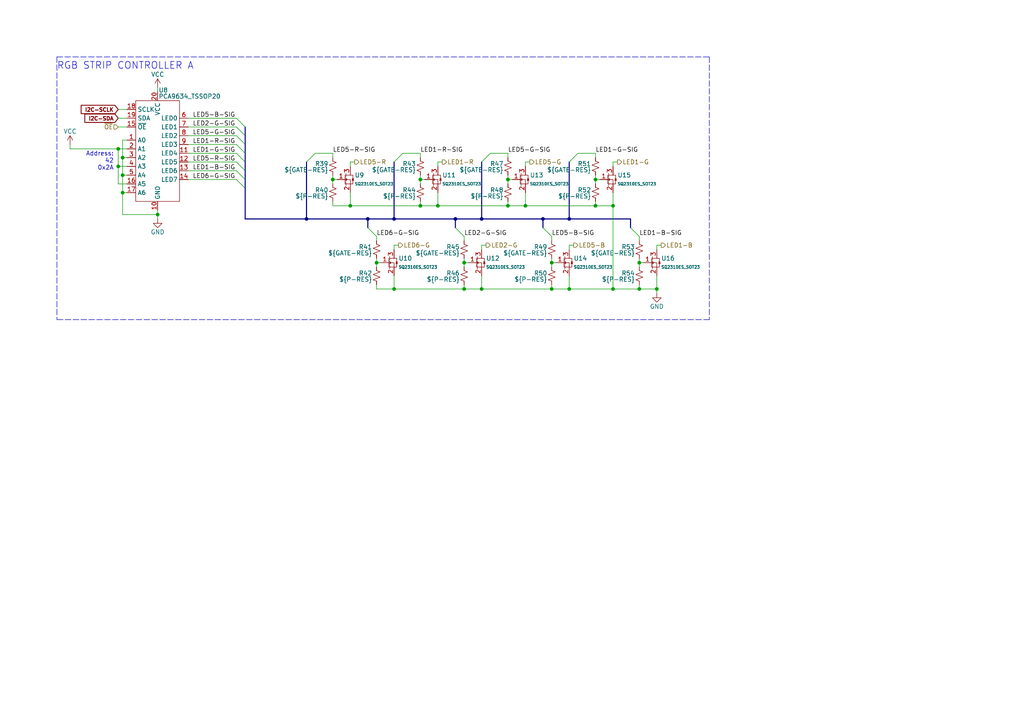
<source format=kicad_sch>
(kicad_sch (version 20211123) (generator eeschema)

  (uuid 249c118b-32b5-4f7f-b095-3035b46cf1d9)

  (paper "A4")

  (title_block
    (title "LightDrum")
    (rev "REV7")
    (company "Daxxn Industries")
  )

  (lib_symbols
    (symbol "Daxxn_IC:PCA9634_TSSOP20" (in_bom yes) (on_board yes)
      (property "Reference" "U" (id 0) (at 1.27 16.51 0)
        (effects (font (size 1.27 1.27)) (justify left))
      )
      (property "Value" "PCA9634_TSSOP20" (id 1) (at 1.27 19.05 0)
        (effects (font (size 1.27 1.27)) (justify left))
      )
      (property "Footprint" "Package_SO:TSSOP-20_4.4x6.5mm_P0.65mm" (id 2) (at 0 29.21 0)
        (effects (font (size 1.27 1.27)) hide)
      )
      (property "Datasheet" "C:\\Users\\Daxxn\\Documents\\Electrical\\Datasheets\\PCA9634.pdf" (id 3) (at 0 26.67 0)
        (effects (font (size 1.27 1.27)) hide)
      )
      (property "ki_keywords" "i2c led pwm" (id 4) (at 0 0 0)
        (effects (font (size 1.27 1.27)) hide)
      )
      (property "ki_description" "Dimmable LED Driver I2C" (id 5) (at 0 0 0)
        (effects (font (size 1.27 1.27)) hide)
      )
      (symbol "PCA9634_TSSOP20_0_0"
        (pin input line (at -8.89 2.54 0) (length 2.54)
          (name "A0" (effects (font (size 1.27 1.27))))
          (number "1" (effects (font (size 1.27 1.27))))
        )
        (pin power_in line (at 0 -17.78 90) (length 2.54)
          (name "GND" (effects (font (size 1.27 1.27))))
          (number "10" (effects (font (size 1.27 1.27))))
        )
        (pin output line (at 8.89 -1.27 180) (length 2.54)
          (name "LED4" (effects (font (size 1.27 1.27))))
          (number "11" (effects (font (size 1.27 1.27))))
        )
        (pin output line (at 8.89 -3.81 180) (length 2.54)
          (name "LED5" (effects (font (size 1.27 1.27))))
          (number "12" (effects (font (size 1.27 1.27))))
        )
        (pin output line (at 8.89 -6.35 180) (length 2.54)
          (name "LED6" (effects (font (size 1.27 1.27))))
          (number "13" (effects (font (size 1.27 1.27))))
        )
        (pin output line (at 8.89 -8.89 180) (length 2.54)
          (name "LED7" (effects (font (size 1.27 1.27))))
          (number "14" (effects (font (size 1.27 1.27))))
        )
        (pin input line (at -8.89 6.35 0) (length 2.54)
          (name "~{OE}" (effects (font (size 1.27 1.27))))
          (number "15" (effects (font (size 1.27 1.27))))
        )
        (pin input line (at -8.89 -10.16 0) (length 2.54)
          (name "A5" (effects (font (size 1.27 1.27))))
          (number "16" (effects (font (size 1.27 1.27))))
        )
        (pin input line (at -8.89 -12.7 0) (length 2.54)
          (name "A6" (effects (font (size 1.27 1.27))))
          (number "17" (effects (font (size 1.27 1.27))))
        )
        (pin input line (at -8.89 11.43 0) (length 2.54)
          (name "SCLK" (effects (font (size 1.27 1.27))))
          (number "18" (effects (font (size 1.27 1.27))))
        )
        (pin bidirectional line (at -8.89 8.89 0) (length 2.54)
          (name "SDA" (effects (font (size 1.27 1.27))))
          (number "19" (effects (font (size 1.27 1.27))))
        )
        (pin input line (at -8.89 0 0) (length 2.54)
          (name "A1" (effects (font (size 1.27 1.27))))
          (number "2" (effects (font (size 1.27 1.27))))
        )
        (pin power_in line (at 0 16.51 270) (length 2.54)
          (name "VCC" (effects (font (size 1.27 1.27))))
          (number "20" (effects (font (size 1.27 1.27))))
        )
        (pin input line (at -8.89 -2.54 0) (length 2.54)
          (name "A2" (effects (font (size 1.27 1.27))))
          (number "3" (effects (font (size 1.27 1.27))))
        )
        (pin input line (at -8.89 -5.08 0) (length 2.54)
          (name "A3" (effects (font (size 1.27 1.27))))
          (number "4" (effects (font (size 1.27 1.27))))
        )
        (pin input line (at -8.89 -7.62 0) (length 2.54)
          (name "A4" (effects (font (size 1.27 1.27))))
          (number "5" (effects (font (size 1.27 1.27))))
        )
        (pin output line (at 8.89 8.89 180) (length 2.54)
          (name "LED0" (effects (font (size 1.27 1.27))))
          (number "6" (effects (font (size 1.27 1.27))))
        )
        (pin output line (at 8.89 6.35 180) (length 2.54)
          (name "LED1" (effects (font (size 1.27 1.27))))
          (number "7" (effects (font (size 1.27 1.27))))
        )
        (pin output line (at 8.89 3.81 180) (length 2.54)
          (name "LED2" (effects (font (size 1.27 1.27))))
          (number "8" (effects (font (size 1.27 1.27))))
        )
        (pin output line (at 8.89 1.27 180) (length 2.54)
          (name "LED3" (effects (font (size 1.27 1.27))))
          (number "9" (effects (font (size 1.27 1.27))))
        )
      )
      (symbol "PCA9634_TSSOP20_0_1"
        (rectangle (start -6.35 13.97) (end 6.35 -15.24)
          (stroke (width 0) (type default) (color 0 0 0 0))
          (fill (type none))
        )
      )
    )
    (symbol "Daxxn_Transistors:SQ2310ES_SOT23" (in_bom yes) (on_board yes)
      (property "Reference" "U" (id 0) (at 2.54 -1.27 0)
        (effects (font (size 1.27 1.27)) (justify left))
      )
      (property "Value" "SQ2310ES_SOT23" (id 1) (at 2.54 1.27 0)
        (effects (font (size 1.27 1.27)) (justify left))
      )
      (property "Footprint" "Package_TO_SOT_SMD:SOT-23" (id 2) (at 1.27 15.24 0)
        (effects (font (size 1.27 1.27)) hide)
      )
      (property "Datasheet" "C:\\Users\\Daxxn\\Documents\\Electrical\\Datasheets\\SQ2310ES.pdf" (id 3) (at 1.27 12.7 0)
        (effects (font (size 1.27 1.27)) hide)
      )
      (property "ki_keywords" "n-ch mosfet fet" (id 4) (at 0 0 0)
        (effects (font (size 1.27 1.27)) hide)
      )
      (property "ki_description" "N-Ch MOSFET" (id 5) (at 0 0 0)
        (effects (font (size 1.27 1.27)) hide)
      )
      (symbol "SQ2310ES_SOT23_0_0"
        (pin input line (at -2.54 0 0) (length 2.25)
          (name "G" (effects (font (size 0 0))))
          (number "1" (effects (font (size 1.27 1.27))))
        )
        (pin bidirectional line (at 1.27 -3.81 90) (length 2.54)
          (name "S" (effects (font (size 0 0))))
          (number "2" (effects (font (size 1.27 1.27))))
        )
        (pin bidirectional line (at 1.27 3.81 270) (length 2.54)
          (name "D" (effects (font (size 0 0))))
          (number "3" (effects (font (size 1.27 1.27))))
        )
      )
      (symbol "SQ2310ES_SOT23_0_1"
        (polyline
          (pts
            (xy -0.254 -1.27)
            (xy -0.254 1.27)
          )
          (stroke (width 0) (type default) (color 0 0 0 0))
          (fill (type none))
        )
        (polyline
          (pts
            (xy 0 -1.778)
            (xy 0 -0.762)
          )
          (stroke (width 0) (type default) (color 0 0 0 0))
          (fill (type none))
        )
        (polyline
          (pts
            (xy 0 -0.508)
            (xy 0 0.508)
          )
          (stroke (width 0) (type default) (color 0 0 0 0))
          (fill (type none))
        )
        (polyline
          (pts
            (xy 0 1.778)
            (xy 0 0.762)
          )
          (stroke (width 0) (type default) (color 0 0 0 0))
          (fill (type none))
        )
        (polyline
          (pts
            (xy 1.778 0.254)
            (xy 2.286 0.254)
          )
          (stroke (width 0) (type default) (color 0 0 0 0))
          (fill (type none))
        )
        (polyline
          (pts
            (xy 0 -1.27)
            (xy 1.27 -1.27)
            (xy 1.27 -1.27)
          )
          (stroke (width 0) (type default) (color 0 0 0 0))
          (fill (type none))
        )
        (polyline
          (pts
            (xy 0 1.27)
            (xy 1.27 1.27)
            (xy 1.27 1.27)
          )
          (stroke (width 0) (type default) (color 0 0 0 0))
          (fill (type none))
        )
        (polyline
          (pts
            (xy 1.27 -1.27)
            (xy 1.27 0)
            (xy 0 0)
          )
          (stroke (width 0) (type default) (color 0 0 0 0))
          (fill (type none))
        )
        (polyline
          (pts
            (xy 0 0)
            (xy 0.254 0.254)
            (xy 0.254 -0.254)
            (xy 0 0)
          )
          (stroke (width 0) (type default) (color 0 0 0 0))
          (fill (type none))
        )
        (polyline
          (pts
            (xy 1.27 -1.27)
            (xy 2.032 -1.27)
            (xy 2.032 1.27)
            (xy 1.27 1.27)
          )
          (stroke (width 0) (type default) (color 0 0 0 0))
          (fill (type none))
        )
        (polyline
          (pts
            (xy 2.032 0.254)
            (xy 1.778 -0.254)
            (xy 2.286 -0.254)
            (xy 2.032 0.254)
          )
          (stroke (width 0) (type default) (color 0 0 0 0))
          (fill (type outline))
        )
      )
    )
    (symbol "Device:R_Small_US" (pin_numbers hide) (pin_names (offset 0.254) hide) (in_bom yes) (on_board yes)
      (property "Reference" "R" (id 0) (at 0.762 0.508 0)
        (effects (font (size 1.27 1.27)) (justify left))
      )
      (property "Value" "R_Small_US" (id 1) (at 0.762 -1.016 0)
        (effects (font (size 1.27 1.27)) (justify left))
      )
      (property "Footprint" "" (id 2) (at 0 0 0)
        (effects (font (size 1.27 1.27)) hide)
      )
      (property "Datasheet" "~" (id 3) (at 0 0 0)
        (effects (font (size 1.27 1.27)) hide)
      )
      (property "ki_keywords" "r resistor" (id 4) (at 0 0 0)
        (effects (font (size 1.27 1.27)) hide)
      )
      (property "ki_description" "Resistor, small US symbol" (id 5) (at 0 0 0)
        (effects (font (size 1.27 1.27)) hide)
      )
      (property "ki_fp_filters" "R_*" (id 6) (at 0 0 0)
        (effects (font (size 1.27 1.27)) hide)
      )
      (symbol "R_Small_US_1_1"
        (polyline
          (pts
            (xy 0 0)
            (xy 1.016 -0.381)
            (xy 0 -0.762)
            (xy -1.016 -1.143)
            (xy 0 -1.524)
          )
          (stroke (width 0) (type default) (color 0 0 0 0))
          (fill (type none))
        )
        (polyline
          (pts
            (xy 0 1.524)
            (xy 1.016 1.143)
            (xy 0 0.762)
            (xy -1.016 0.381)
            (xy 0 0)
          )
          (stroke (width 0) (type default) (color 0 0 0 0))
          (fill (type none))
        )
        (pin passive line (at 0 2.54 270) (length 1.016)
          (name "~" (effects (font (size 1.27 1.27))))
          (number "1" (effects (font (size 1.27 1.27))))
        )
        (pin passive line (at 0 -2.54 90) (length 1.016)
          (name "~" (effects (font (size 1.27 1.27))))
          (number "2" (effects (font (size 1.27 1.27))))
        )
      )
    )
    (symbol "power:GND" (power) (pin_names (offset 0)) (in_bom yes) (on_board yes)
      (property "Reference" "#PWR" (id 0) (at 0 -6.35 0)
        (effects (font (size 1.27 1.27)) hide)
      )
      (property "Value" "GND" (id 1) (at 0 -3.81 0)
        (effects (font (size 1.27 1.27)))
      )
      (property "Footprint" "" (id 2) (at 0 0 0)
        (effects (font (size 1.27 1.27)) hide)
      )
      (property "Datasheet" "" (id 3) (at 0 0 0)
        (effects (font (size 1.27 1.27)) hide)
      )
      (property "ki_keywords" "power-flag" (id 4) (at 0 0 0)
        (effects (font (size 1.27 1.27)) hide)
      )
      (property "ki_description" "Power symbol creates a global label with name \"GND\" , ground" (id 5) (at 0 0 0)
        (effects (font (size 1.27 1.27)) hide)
      )
      (symbol "GND_0_1"
        (polyline
          (pts
            (xy 0 0)
            (xy 0 -1.27)
            (xy 1.27 -1.27)
            (xy 0 -2.54)
            (xy -1.27 -1.27)
            (xy 0 -1.27)
          )
          (stroke (width 0) (type default) (color 0 0 0 0))
          (fill (type none))
        )
      )
      (symbol "GND_1_1"
        (pin power_in line (at 0 0 270) (length 0) hide
          (name "GND" (effects (font (size 1.27 1.27))))
          (number "1" (effects (font (size 1.27 1.27))))
        )
      )
    )
    (symbol "power:VCC" (power) (pin_names (offset 0)) (in_bom yes) (on_board yes)
      (property "Reference" "#PWR" (id 0) (at 0 -3.81 0)
        (effects (font (size 1.27 1.27)) hide)
      )
      (property "Value" "VCC" (id 1) (at 0 3.81 0)
        (effects (font (size 1.27 1.27)))
      )
      (property "Footprint" "" (id 2) (at 0 0 0)
        (effects (font (size 1.27 1.27)) hide)
      )
      (property "Datasheet" "" (id 3) (at 0 0 0)
        (effects (font (size 1.27 1.27)) hide)
      )
      (property "ki_keywords" "power-flag" (id 4) (at 0 0 0)
        (effects (font (size 1.27 1.27)) hide)
      )
      (property "ki_description" "Power symbol creates a global label with name \"VCC\"" (id 5) (at 0 0 0)
        (effects (font (size 1.27 1.27)) hide)
      )
      (symbol "VCC_0_1"
        (polyline
          (pts
            (xy -0.762 1.27)
            (xy 0 2.54)
          )
          (stroke (width 0) (type default) (color 0 0 0 0))
          (fill (type none))
        )
        (polyline
          (pts
            (xy 0 0)
            (xy 0 2.54)
          )
          (stroke (width 0) (type default) (color 0 0 0 0))
          (fill (type none))
        )
        (polyline
          (pts
            (xy 0 2.54)
            (xy 0.762 1.27)
          )
          (stroke (width 0) (type default) (color 0 0 0 0))
          (fill (type none))
        )
      )
      (symbol "VCC_1_1"
        (pin power_in line (at 0 0 90) (length 0) hide
          (name "VCC" (effects (font (size 1.27 1.27))))
          (number "1" (effects (font (size 1.27 1.27))))
        )
      )
    )
  )

  (junction (at 101.6 59.69) (diameter 0) (color 0 0 0 0)
    (uuid 1145d5a1-56eb-4429-bc12-20afad1b96c7)
  )
  (junction (at 34.29 43.18) (diameter 0) (color 0 0 0 0)
    (uuid 1850642e-408a-4bdf-b39b-667c5d2c19fe)
  )
  (junction (at 165.1 83.82) (diameter 0) (color 0 0 0 0)
    (uuid 1be1a9c0-e145-48a7-8f8a-6cd339b02e03)
  )
  (junction (at 177.8 59.69) (diameter 0) (color 0 0 0 0)
    (uuid 211023a6-bb32-47bd-9bba-389e272a2298)
  )
  (junction (at 139.7 63.5) (diameter 0) (color 0 0 0 0)
    (uuid 224c8dca-ccea-4805-985c-3321a9b6dbd9)
  )
  (junction (at 177.8 83.82) (diameter 0) (color 0 0 0 0)
    (uuid 26600bb2-0351-4d47-a5e7-f1dfc67c5056)
  )
  (junction (at 35.56 45.72) (diameter 0) (color 0 0 0 0)
    (uuid 2d92dca2-7921-447d-9f24-2f23b09006cf)
  )
  (junction (at 96.52 52.07) (diameter 0) (color 0 0 0 0)
    (uuid 3026ccb9-04c4-4285-b6dd-f1216f82eef0)
  )
  (junction (at 114.3 63.5) (diameter 0) (color 0 0 0 0)
    (uuid 409aee9e-117f-41d8-8322-528cda351d39)
  )
  (junction (at 172.72 52.07) (diameter 0) (color 0 0 0 0)
    (uuid 422bebfb-a4e3-45f5-afe3-197be238b833)
  )
  (junction (at 172.72 59.69) (diameter 0) (color 0 0 0 0)
    (uuid 4a3f95f6-c446-4f8f-aa82-2526aad20ac7)
  )
  (junction (at 35.56 50.8) (diameter 0) (color 0 0 0 0)
    (uuid 4c5f3894-1408-4596-bd0f-f1c9c9392772)
  )
  (junction (at 114.3 83.82) (diameter 0) (color 0 0 0 0)
    (uuid 51ba67bb-898f-42a5-bf53-dee7a2de7f65)
  )
  (junction (at 160.02 83.82) (diameter 0) (color 0 0 0 0)
    (uuid 6a185e4c-e00e-4739-84b3-49718ec2e4b7)
  )
  (junction (at 132.08 63.5) (diameter 0) (color 0 0 0 0)
    (uuid 744ca297-8235-4e9b-8713-927b3033ae0a)
  )
  (junction (at 165.1 63.5) (diameter 0) (color 0 0 0 0)
    (uuid 78170ef0-ffcb-4dbb-b95f-e42bff3956eb)
  )
  (junction (at 185.42 83.82) (diameter 0) (color 0 0 0 0)
    (uuid 86500cee-5497-43d7-b79b-8cc4e6ca2dce)
  )
  (junction (at 139.7 83.82) (diameter 0) (color 0 0 0 0)
    (uuid 878167ba-1a55-4716-9972-638680c29d4f)
  )
  (junction (at 147.32 59.69) (diameter 0) (color 0 0 0 0)
    (uuid 9b1a20e4-f7be-49ae-a946-c86c23ea3e1b)
  )
  (junction (at 152.4 59.69) (diameter 0) (color 0 0 0 0)
    (uuid 9fe01eae-42ea-4f05-9396-7527922daf42)
  )
  (junction (at 160.02 76.2) (diameter 0) (color 0 0 0 0)
    (uuid a7f300e1-fc8e-4028-ae64-5761dab80d60)
  )
  (junction (at 134.62 83.82) (diameter 0) (color 0 0 0 0)
    (uuid ae265014-976b-4e01-a8a4-c1f801feb95f)
  )
  (junction (at 121.92 52.07) (diameter 0) (color 0 0 0 0)
    (uuid b1a3a4fb-4855-4f25-bef5-dce054128ba8)
  )
  (junction (at 45.72 62.23) (diameter 0) (color 0 0 0 0)
    (uuid b35d77d3-2b3a-4b1e-856f-3aafe4fd18e9)
  )
  (junction (at 190.5 83.82) (diameter 0) (color 0 0 0 0)
    (uuid b4a700da-4ce7-41db-bf8d-8b313ffbe2e9)
  )
  (junction (at 157.48 63.5) (diameter 0) (color 0 0 0 0)
    (uuid b4ac4a46-9c9c-4c4e-a235-b1313654eaf7)
  )
  (junction (at 127 59.69) (diameter 0) (color 0 0 0 0)
    (uuid b6c62e3b-dde9-4bec-b7dc-e965e2dc97ac)
  )
  (junction (at 121.92 59.69) (diameter 0) (color 0 0 0 0)
    (uuid b87fbc5f-c590-43b9-93ff-8e27d2b00b11)
  )
  (junction (at 134.62 76.2) (diameter 0) (color 0 0 0 0)
    (uuid c09fd7f1-a334-4ec4-a220-e985605306ee)
  )
  (junction (at 88.9 63.5) (diameter 0) (color 0 0 0 0)
    (uuid e28bd38c-cd4b-4152-aead-45dbfe35404b)
  )
  (junction (at 147.32 52.07) (diameter 0) (color 0 0 0 0)
    (uuid e58e2829-a416-43eb-849c-6992cd49204e)
  )
  (junction (at 185.42 76.2) (diameter 0) (color 0 0 0 0)
    (uuid e999149b-25a3-485d-bceb-7de98550f036)
  )
  (junction (at 34.29 48.26) (diameter 0) (color 0 0 0 0)
    (uuid ef013193-d1f8-418a-808f-54496581bb0f)
  )
  (junction (at 106.68 63.5) (diameter 0) (color 0 0 0 0)
    (uuid ef55195c-3580-4254-a253-6cb8dfb2b3dd)
  )
  (junction (at 35.56 55.88) (diameter 0) (color 0 0 0 0)
    (uuid f11d5bc6-c661-4e82-9f32-f78b0ff5fc29)
  )
  (junction (at 109.22 76.2) (diameter 0) (color 0 0 0 0)
    (uuid f2e36a7b-bd6f-4c41-8eb3-4ec63bdfb777)
  )

  (bus_entry (at 68.58 36.83) (size 2.54 2.54)
    (stroke (width 0) (type default) (color 0 0 0 0))
    (uuid 4f17a185-d140-40f4-b5fd-ec47de3d45f6)
  )
  (bus_entry (at 68.58 39.37) (size 2.54 2.54)
    (stroke (width 0) (type default) (color 0 0 0 0))
    (uuid 4f17a185-d140-40f4-b5fd-ec47de3d45f7)
  )
  (bus_entry (at 68.58 41.91) (size 2.54 2.54)
    (stroke (width 0) (type default) (color 0 0 0 0))
    (uuid 4f17a185-d140-40f4-b5fd-ec47de3d45f8)
  )
  (bus_entry (at 68.58 44.45) (size 2.54 2.54)
    (stroke (width 0) (type default) (color 0 0 0 0))
    (uuid 4f17a185-d140-40f4-b5fd-ec47de3d45f9)
  )
  (bus_entry (at 68.58 46.99) (size 2.54 2.54)
    (stroke (width 0) (type default) (color 0 0 0 0))
    (uuid 4f17a185-d140-40f4-b5fd-ec47de3d45fa)
  )
  (bus_entry (at 68.58 49.53) (size 2.54 2.54)
    (stroke (width 0) (type default) (color 0 0 0 0))
    (uuid 4f17a185-d140-40f4-b5fd-ec47de3d45fb)
  )
  (bus_entry (at 68.58 52.07) (size 2.54 2.54)
    (stroke (width 0) (type default) (color 0 0 0 0))
    (uuid 4f17a185-d140-40f4-b5fd-ec47de3d45fc)
  )
  (bus_entry (at 68.58 34.29) (size 2.54 2.54)
    (stroke (width 0) (type default) (color 0 0 0 0))
    (uuid 4f17a185-d140-40f4-b5fd-ec47de3d45fd)
  )
  (bus_entry (at 88.9 46.99) (size 2.54 -2.54)
    (stroke (width 0) (type default) (color 0 0 0 0))
    (uuid f1ac87a8-c811-4bcd-8c4c-4d60c30a75ab)
  )
  (bus_entry (at 114.3 46.99) (size 2.54 -2.54)
    (stroke (width 0) (type default) (color 0 0 0 0))
    (uuid f1ac87a8-c811-4bcd-8c4c-4d60c30a75ac)
  )
  (bus_entry (at 182.88 66.04) (size 2.54 2.54)
    (stroke (width 0) (type default) (color 0 0 0 0))
    (uuid f1ac87a8-c811-4bcd-8c4c-4d60c30a75ad)
  )
  (bus_entry (at 165.1 46.99) (size 2.54 -2.54)
    (stroke (width 0) (type default) (color 0 0 0 0))
    (uuid f1ac87a8-c811-4bcd-8c4c-4d60c30a75ae)
  )
  (bus_entry (at 139.7 46.99) (size 2.54 -2.54)
    (stroke (width 0) (type default) (color 0 0 0 0))
    (uuid f1ac87a8-c811-4bcd-8c4c-4d60c30a75af)
  )
  (bus_entry (at 106.68 66.04) (size 2.54 2.54)
    (stroke (width 0) (type default) (color 0 0 0 0))
    (uuid f1ac87a8-c811-4bcd-8c4c-4d60c30a75b0)
  )
  (bus_entry (at 132.08 66.04) (size 2.54 2.54)
    (stroke (width 0) (type default) (color 0 0 0 0))
    (uuid f1ac87a8-c811-4bcd-8c4c-4d60c30a75b1)
  )
  (bus_entry (at 157.48 66.04) (size 2.54 2.54)
    (stroke (width 0) (type default) (color 0 0 0 0))
    (uuid f1ac87a8-c811-4bcd-8c4c-4d60c30a75b2)
  )

  (wire (pts (xy 35.56 50.8) (xy 36.83 50.8))
    (stroke (width 0) (type default) (color 0 0 0 0))
    (uuid 00aef3b1-d0bd-4b76-ac90-e5838a259baa)
  )
  (wire (pts (xy 165.1 83.82) (xy 177.8 83.82))
    (stroke (width 0) (type default) (color 0 0 0 0))
    (uuid 05f82098-4f10-42cd-95da-de0344e99729)
  )
  (wire (pts (xy 114.3 72.39) (xy 114.3 71.12))
    (stroke (width 0) (type default) (color 0 0 0 0))
    (uuid 081249a9-c788-4832-a5e6-037fa70ba966)
  )
  (wire (pts (xy 35.56 62.23) (xy 45.72 62.23))
    (stroke (width 0) (type default) (color 0 0 0 0))
    (uuid 081b3d65-8d58-4f9b-92d5-dc609b06906b)
  )
  (wire (pts (xy 160.02 76.2) (xy 161.29 76.2))
    (stroke (width 0) (type default) (color 0 0 0 0))
    (uuid 09f552f1-c362-4c30-a964-5cec0a533cb4)
  )
  (bus (pts (xy 157.48 63.5) (xy 165.1 63.5))
    (stroke (width 0) (type default) (color 0 0 0 0))
    (uuid 0a4df34e-80b1-49db-a1c1-312ba04d443c)
  )

  (wire (pts (xy 116.84 44.45) (xy 121.92 44.45))
    (stroke (width 0) (type default) (color 0 0 0 0))
    (uuid 0dfd884a-80b3-4578-aed3-387516f298ea)
  )
  (wire (pts (xy 134.62 76.2) (xy 134.62 77.47))
    (stroke (width 0) (type default) (color 0 0 0 0))
    (uuid 13fbcbdd-d9c5-49e3-8af0-04265a9a3c38)
  )
  (wire (pts (xy 96.52 52.07) (xy 96.52 53.34))
    (stroke (width 0) (type default) (color 0 0 0 0))
    (uuid 150f847f-5930-4854-aa23-80acd7d85f49)
  )
  (wire (pts (xy 54.61 36.83) (xy 68.58 36.83))
    (stroke (width 0) (type default) (color 0 0 0 0))
    (uuid 1755ca16-85bc-4b7e-af35-e8d82fb797ec)
  )
  (wire (pts (xy 177.8 59.69) (xy 177.8 83.82))
    (stroke (width 0) (type default) (color 0 0 0 0))
    (uuid 180e9f85-f1fa-443c-8ce7-d81337f785fd)
  )
  (wire (pts (xy 109.22 76.2) (xy 110.49 76.2))
    (stroke (width 0) (type default) (color 0 0 0 0))
    (uuid 181a48aa-bb4a-4f99-b0a9-e065760bf555)
  )
  (wire (pts (xy 147.32 58.42) (xy 147.32 59.69))
    (stroke (width 0) (type default) (color 0 0 0 0))
    (uuid 1b36b465-5e28-465e-bdf1-0ee858cef680)
  )
  (wire (pts (xy 34.29 31.75) (xy 36.83 31.75))
    (stroke (width 0) (type default) (color 0 0 0 0))
    (uuid 1ce2baa3-cdb0-4d8b-8cf9-fde1a04b81b0)
  )
  (polyline (pts (xy 205.74 16.51) (xy 205.74 92.71))
    (stroke (width 0) (type default) (color 0 0 0 0))
    (uuid 1d227106-fd92-4e72-93d7-a8c1e05b963d)
  )

  (wire (pts (xy 109.22 83.82) (xy 114.3 83.82))
    (stroke (width 0) (type default) (color 0 0 0 0))
    (uuid 1dd87011-674d-4f1c-b2e8-86643dec1e74)
  )
  (wire (pts (xy 177.8 83.82) (xy 185.42 83.82))
    (stroke (width 0) (type default) (color 0 0 0 0))
    (uuid 239c8ac8-0601-4006-a30a-307adc75ad99)
  )
  (wire (pts (xy 101.6 48.26) (xy 101.6 46.99))
    (stroke (width 0) (type default) (color 0 0 0 0))
    (uuid 23b987b2-8221-431e-9775-86d2ed38d867)
  )
  (bus (pts (xy 106.68 63.5) (xy 106.68 66.04))
    (stroke (width 0) (type default) (color 0 0 0 0))
    (uuid 255f56cc-3f95-4f26-be4b-2b0a48ac9681)
  )
  (bus (pts (xy 88.9 63.5) (xy 106.68 63.5))
    (stroke (width 0) (type default) (color 0 0 0 0))
    (uuid 28a4bdef-9964-49ff-8c39-714d4bf470d1)
  )

  (wire (pts (xy 96.52 58.42) (xy 96.52 59.69))
    (stroke (width 0) (type default) (color 0 0 0 0))
    (uuid 2ad0dff0-fdc5-4724-8f22-6306775108c7)
  )
  (wire (pts (xy 109.22 68.58) (xy 109.22 69.85))
    (stroke (width 0) (type default) (color 0 0 0 0))
    (uuid 2d25a0cc-0667-40f5-9c89-629553272bbc)
  )
  (wire (pts (xy 160.02 83.82) (xy 165.1 83.82))
    (stroke (width 0) (type default) (color 0 0 0 0))
    (uuid 2d931a25-abbd-4d1f-875f-810bf4a4a91a)
  )
  (wire (pts (xy 96.52 59.69) (xy 101.6 59.69))
    (stroke (width 0) (type default) (color 0 0 0 0))
    (uuid 2f6837da-9a3c-4d1c-96a9-1d7065db7755)
  )
  (wire (pts (xy 172.72 52.07) (xy 173.99 52.07))
    (stroke (width 0) (type default) (color 0 0 0 0))
    (uuid 31c73067-4df2-48d6-a04b-5515f621f937)
  )
  (wire (pts (xy 139.7 83.82) (xy 160.02 83.82))
    (stroke (width 0) (type default) (color 0 0 0 0))
    (uuid 32bc7d27-823e-4fdc-bb4e-cd0ea56f58ec)
  )
  (wire (pts (xy 147.32 44.45) (xy 147.32 45.72))
    (stroke (width 0) (type default) (color 0 0 0 0))
    (uuid 330273b7-424a-46af-ad9d-11c5874049c8)
  )
  (wire (pts (xy 35.56 40.64) (xy 35.56 45.72))
    (stroke (width 0) (type default) (color 0 0 0 0))
    (uuid 33e859c8-b770-44a2-953d-310d0ea0a2b9)
  )
  (polyline (pts (xy 205.74 92.71) (xy 16.51 92.71))
    (stroke (width 0) (type default) (color 0 0 0 0))
    (uuid 35838efc-9734-436b-bc89-ee0c0b1c37e9)
  )

  (bus (pts (xy 88.9 63.5) (xy 71.12 63.5))
    (stroke (width 0) (type default) (color 0 0 0 0))
    (uuid 362b856d-8ba2-4a52-811d-faf70af183f6)
  )

  (wire (pts (xy 160.02 82.55) (xy 160.02 83.82))
    (stroke (width 0) (type default) (color 0 0 0 0))
    (uuid 3951e3cb-fcd8-4810-8648-780a9d82fdee)
  )
  (wire (pts (xy 167.64 44.45) (xy 172.72 44.45))
    (stroke (width 0) (type default) (color 0 0 0 0))
    (uuid 3a67961f-4342-4645-9e8c-a6ff0af5c7d0)
  )
  (bus (pts (xy 165.1 63.5) (xy 182.88 63.5))
    (stroke (width 0) (type default) (color 0 0 0 0))
    (uuid 3aa70503-78f1-4305-b9e5-887136b337be)
  )

  (wire (pts (xy 34.29 34.29) (xy 36.83 34.29))
    (stroke (width 0) (type default) (color 0 0 0 0))
    (uuid 3ad80627-7b29-47d5-bf3c-b2c74345925d)
  )
  (wire (pts (xy 121.92 58.42) (xy 121.92 59.69))
    (stroke (width 0) (type default) (color 0 0 0 0))
    (uuid 3bbfe580-47b1-499e-855a-704957dafc18)
  )
  (wire (pts (xy 54.61 52.07) (xy 68.58 52.07))
    (stroke (width 0) (type default) (color 0 0 0 0))
    (uuid 3c360530-c129-4340-9f42-2973a41eb387)
  )
  (wire (pts (xy 54.61 34.29) (xy 68.58 34.29))
    (stroke (width 0) (type default) (color 0 0 0 0))
    (uuid 3ceec677-b613-4f61-906f-15eb822a6739)
  )
  (wire (pts (xy 127 46.99) (xy 128.27 46.99))
    (stroke (width 0) (type default) (color 0 0 0 0))
    (uuid 3d53e863-7c48-4054-8d3b-310573562273)
  )
  (wire (pts (xy 114.3 80.01) (xy 114.3 83.82))
    (stroke (width 0) (type default) (color 0 0 0 0))
    (uuid 4211cf26-fadd-4ff6-9f3e-cdea0d04073a)
  )
  (wire (pts (xy 54.61 44.45) (xy 68.58 44.45))
    (stroke (width 0) (type default) (color 0 0 0 0))
    (uuid 422011ef-d233-438d-a0a7-980f915fd57e)
  )
  (wire (pts (xy 121.92 50.8) (xy 121.92 52.07))
    (stroke (width 0) (type default) (color 0 0 0 0))
    (uuid 44d8d76c-a497-4ba9-805a-32186d9f5290)
  )
  (wire (pts (xy 134.62 68.58) (xy 134.62 69.85))
    (stroke (width 0) (type default) (color 0 0 0 0))
    (uuid 4530cf85-a3bf-476a-b207-a6c62e2bdfc9)
  )
  (wire (pts (xy 36.83 53.34) (xy 34.29 53.34))
    (stroke (width 0) (type default) (color 0 0 0 0))
    (uuid 475c81a5-5cab-471a-a84e-20e4ad793f3e)
  )
  (wire (pts (xy 121.92 59.69) (xy 127 59.69))
    (stroke (width 0) (type default) (color 0 0 0 0))
    (uuid 4912e5d7-299d-49de-a4f9-7cfdfb626d9f)
  )
  (wire (pts (xy 91.44 44.45) (xy 96.52 44.45))
    (stroke (width 0) (type default) (color 0 0 0 0))
    (uuid 4e7c582e-899d-4c28-a460-4cf8666f4eb0)
  )
  (bus (pts (xy 71.12 52.07) (xy 71.12 54.61))
    (stroke (width 0) (type default) (color 0 0 0 0))
    (uuid 4f4d52ce-1a1c-444a-bb4d-588e685a9c17)
  )

  (wire (pts (xy 185.42 82.55) (xy 185.42 83.82))
    (stroke (width 0) (type default) (color 0 0 0 0))
    (uuid 4fdc7cb6-319e-4730-b2bc-c68078fd7c79)
  )
  (bus (pts (xy 71.12 49.53) (xy 71.12 52.07))
    (stroke (width 0) (type default) (color 0 0 0 0))
    (uuid 5400b464-17d3-4eeb-9922-ff1e0fbf2bb4)
  )

  (wire (pts (xy 109.22 76.2) (xy 109.22 77.47))
    (stroke (width 0) (type default) (color 0 0 0 0))
    (uuid 54d993ec-5441-40f3-92fa-4f42c4cf3656)
  )
  (bus (pts (xy 71.12 44.45) (xy 71.12 46.99))
    (stroke (width 0) (type default) (color 0 0 0 0))
    (uuid 56220735-8ac4-4122-8756-5d6ace6a3fbd)
  )
  (bus (pts (xy 139.7 63.5) (xy 157.48 63.5))
    (stroke (width 0) (type default) (color 0 0 0 0))
    (uuid 56b1b62c-c313-49d0-aa00-662b354e2ee5)
  )

  (wire (pts (xy 121.92 44.45) (xy 121.92 45.72))
    (stroke (width 0) (type default) (color 0 0 0 0))
    (uuid 5ad08b04-5d82-4d5f-a098-ddade78ab303)
  )
  (wire (pts (xy 160.02 74.93) (xy 160.02 76.2))
    (stroke (width 0) (type default) (color 0 0 0 0))
    (uuid 5d8a55e7-10ae-4d7c-a91b-5165f99a71fb)
  )
  (wire (pts (xy 36.83 40.64) (xy 35.56 40.64))
    (stroke (width 0) (type default) (color 0 0 0 0))
    (uuid 5dede6fa-d5cc-4b33-b87c-da7dbe6262a3)
  )
  (wire (pts (xy 172.72 44.45) (xy 172.72 45.72))
    (stroke (width 0) (type default) (color 0 0 0 0))
    (uuid 5ed12008-08fe-4f3f-8225-8967b0e6da62)
  )
  (wire (pts (xy 127 59.69) (xy 147.32 59.69))
    (stroke (width 0) (type default) (color 0 0 0 0))
    (uuid 602198de-0193-41d8-bbac-a587b9de27e7)
  )
  (wire (pts (xy 147.32 59.69) (xy 152.4 59.69))
    (stroke (width 0) (type default) (color 0 0 0 0))
    (uuid 64a4f412-54e5-4aad-ac6a-2bd0790f82fa)
  )
  (wire (pts (xy 185.42 74.93) (xy 185.42 76.2))
    (stroke (width 0) (type default) (color 0 0 0 0))
    (uuid 66229e9c-1627-4360-a174-e5073d998626)
  )
  (polyline (pts (xy 16.51 16.51) (xy 16.51 92.71))
    (stroke (width 0) (type default) (color 0 0 0 0))
    (uuid 671732de-2550-4954-94c5-b4964c5348ae)
  )

  (wire (pts (xy 35.56 45.72) (xy 36.83 45.72))
    (stroke (width 0) (type default) (color 0 0 0 0))
    (uuid 6ac6d00d-420f-43f9-9fd6-9ffee8d9f07a)
  )
  (wire (pts (xy 152.4 46.99) (xy 153.67 46.99))
    (stroke (width 0) (type default) (color 0 0 0 0))
    (uuid 6ad4efb0-e258-4512-a374-526b874d92cc)
  )
  (wire (pts (xy 147.32 50.8) (xy 147.32 52.07))
    (stroke (width 0) (type default) (color 0 0 0 0))
    (uuid 6ccdd135-4845-4183-a852-7d4bf33f6c74)
  )
  (wire (pts (xy 35.56 55.88) (xy 35.56 62.23))
    (stroke (width 0) (type default) (color 0 0 0 0))
    (uuid 71a1ee8f-1762-47c2-90db-7251d47e68ab)
  )
  (wire (pts (xy 45.72 25.4) (xy 45.72 26.67))
    (stroke (width 0) (type default) (color 0 0 0 0))
    (uuid 75736b47-aeae-4ab4-9477-ef865eaa1d64)
  )
  (wire (pts (xy 152.4 55.88) (xy 152.4 59.69))
    (stroke (width 0) (type default) (color 0 0 0 0))
    (uuid 78ece678-a440-4eea-a777-482933b4b3da)
  )
  (wire (pts (xy 134.62 76.2) (xy 135.89 76.2))
    (stroke (width 0) (type default) (color 0 0 0 0))
    (uuid 7b3b936f-26ee-4a87-a770-d3371c7614b0)
  )
  (wire (pts (xy 34.29 48.26) (xy 36.83 48.26))
    (stroke (width 0) (type default) (color 0 0 0 0))
    (uuid 7cf6c700-b351-4ece-a4aa-d494ae953bad)
  )
  (wire (pts (xy 127 55.88) (xy 127 59.69))
    (stroke (width 0) (type default) (color 0 0 0 0))
    (uuid 7e179753-7e3e-4462-a14b-f032b2ddb5ba)
  )
  (wire (pts (xy 190.5 83.82) (xy 190.5 85.09))
    (stroke (width 0) (type default) (color 0 0 0 0))
    (uuid 7edab4b8-2550-42ee-b488-3aaaff1e7c8c)
  )
  (wire (pts (xy 152.4 48.26) (xy 152.4 46.99))
    (stroke (width 0) (type default) (color 0 0 0 0))
    (uuid 7f3e95ec-8549-4459-ab01-174b129f4b16)
  )
  (wire (pts (xy 101.6 46.99) (xy 102.87 46.99))
    (stroke (width 0) (type default) (color 0 0 0 0))
    (uuid 8261d53a-4ccc-4ad4-b63b-19e15affbd54)
  )
  (wire (pts (xy 139.7 71.12) (xy 140.97 71.12))
    (stroke (width 0) (type default) (color 0 0 0 0))
    (uuid 82a77cf7-e124-4dcc-94d6-5d577b79d434)
  )
  (wire (pts (xy 35.56 55.88) (xy 36.83 55.88))
    (stroke (width 0) (type default) (color 0 0 0 0))
    (uuid 84ede8c0-2e51-4e87-8018-a9d3822916a1)
  )
  (wire (pts (xy 109.22 82.55) (xy 109.22 83.82))
    (stroke (width 0) (type default) (color 0 0 0 0))
    (uuid 875785b7-25ee-4176-8aa8-11ec4ab72b5e)
  )
  (wire (pts (xy 172.72 58.42) (xy 172.72 59.69))
    (stroke (width 0) (type default) (color 0 0 0 0))
    (uuid 895f5ed9-45fb-46c6-bcd8-8c85f0177719)
  )
  (wire (pts (xy 172.72 52.07) (xy 172.72 53.34))
    (stroke (width 0) (type default) (color 0 0 0 0))
    (uuid 8a8c4b6f-d816-4033-870a-bbb86f5ab46d)
  )
  (bus (pts (xy 132.08 63.5) (xy 132.08 66.04))
    (stroke (width 0) (type default) (color 0 0 0 0))
    (uuid 8c3299e2-d3f2-4474-9328-34cfce92b8e2)
  )

  (wire (pts (xy 172.72 59.69) (xy 177.8 59.69))
    (stroke (width 0) (type default) (color 0 0 0 0))
    (uuid 8f322b2d-6340-41c2-94fd-211c631ffbdc)
  )
  (wire (pts (xy 185.42 83.82) (xy 190.5 83.82))
    (stroke (width 0) (type default) (color 0 0 0 0))
    (uuid 8f3a30bd-0355-4493-a3c9-115b399721a5)
  )
  (bus (pts (xy 182.88 63.5) (xy 182.88 66.04))
    (stroke (width 0) (type default) (color 0 0 0 0))
    (uuid 93563905-b120-4f47-bba4-44953d1546ad)
  )

  (wire (pts (xy 54.61 49.53) (xy 68.58 49.53))
    (stroke (width 0) (type default) (color 0 0 0 0))
    (uuid 94b881ca-176c-41fb-b938-a260e7b951fa)
  )
  (bus (pts (xy 71.12 46.99) (xy 71.12 49.53))
    (stroke (width 0) (type default) (color 0 0 0 0))
    (uuid 951690e3-975e-4b97-a1fd-2b369e97f27e)
  )

  (wire (pts (xy 20.32 41.91) (xy 20.32 43.18))
    (stroke (width 0) (type default) (color 0 0 0 0))
    (uuid 968dc01c-063f-4d1b-81b3-8db699d0e9b4)
  )
  (wire (pts (xy 54.61 39.37) (xy 68.58 39.37))
    (stroke (width 0) (type default) (color 0 0 0 0))
    (uuid 96e60fdb-cf59-408d-b028-2534db168f0d)
  )
  (bus (pts (xy 114.3 46.99) (xy 114.3 63.5))
    (stroke (width 0) (type default) (color 0 0 0 0))
    (uuid 970fb8a2-d265-4ca6-90ed-6c879ea9be31)
  )

  (wire (pts (xy 127 48.26) (xy 127 46.99))
    (stroke (width 0) (type default) (color 0 0 0 0))
    (uuid 978c1f24-6a5f-4259-a670-b0f22b3d7a7e)
  )
  (bus (pts (xy 114.3 63.5) (xy 132.08 63.5))
    (stroke (width 0) (type default) (color 0 0 0 0))
    (uuid 98d2e27c-6773-45f2-a8e4-48a46bf87746)
  )

  (wire (pts (xy 121.92 52.07) (xy 123.19 52.07))
    (stroke (width 0) (type default) (color 0 0 0 0))
    (uuid 9a47f619-19a4-48fb-b4e5-7c7eaacfcf3a)
  )
  (wire (pts (xy 121.92 52.07) (xy 121.92 53.34))
    (stroke (width 0) (type default) (color 0 0 0 0))
    (uuid 9e9fe3b9-a323-4357-967a-92ec9c6ab50f)
  )
  (bus (pts (xy 157.48 63.5) (xy 157.48 66.04))
    (stroke (width 0) (type default) (color 0 0 0 0))
    (uuid 9fb251cb-037d-41ab-9898-a85f90176f3e)
  )

  (wire (pts (xy 134.62 82.55) (xy 134.62 83.82))
    (stroke (width 0) (type default) (color 0 0 0 0))
    (uuid a118885d-8358-493a-afad-bc80b38b10dd)
  )
  (wire (pts (xy 185.42 76.2) (xy 185.42 77.47))
    (stroke (width 0) (type default) (color 0 0 0 0))
    (uuid a15489df-fbb5-473a-8108-ed7ad5814534)
  )
  (wire (pts (xy 45.72 62.23) (xy 45.72 63.5))
    (stroke (width 0) (type default) (color 0 0 0 0))
    (uuid a2d77c6b-7d90-4f5d-aa54-6bcaec4ea010)
  )
  (bus (pts (xy 165.1 46.99) (xy 165.1 63.5))
    (stroke (width 0) (type default) (color 0 0 0 0))
    (uuid a54d5661-42c6-4128-9396-d6633615dc14)
  )

  (wire (pts (xy 34.29 43.18) (xy 36.83 43.18))
    (stroke (width 0) (type default) (color 0 0 0 0))
    (uuid a558a98d-39d4-40f0-901e-7c418bc9ecb7)
  )
  (wire (pts (xy 96.52 52.07) (xy 97.79 52.07))
    (stroke (width 0) (type default) (color 0 0 0 0))
    (uuid a56d2e7c-ba12-44f7-b970-e5dcf00d53fc)
  )
  (polyline (pts (xy 16.51 16.51) (xy 205.74 16.51))
    (stroke (width 0) (type default) (color 0 0 0 0))
    (uuid a5751f21-f21b-4c61-9bcf-346175e2c75f)
  )

  (wire (pts (xy 190.5 71.12) (xy 191.77 71.12))
    (stroke (width 0) (type default) (color 0 0 0 0))
    (uuid ab53ca19-20bc-4d7b-856c-8a8b09e7c4fb)
  )
  (wire (pts (xy 152.4 59.69) (xy 172.72 59.69))
    (stroke (width 0) (type default) (color 0 0 0 0))
    (uuid ab792263-338b-46f8-81a1-8b334ccd5a48)
  )
  (wire (pts (xy 160.02 68.58) (xy 160.02 69.85))
    (stroke (width 0) (type default) (color 0 0 0 0))
    (uuid adb51af5-084a-492f-9f04-957a1971f3a9)
  )
  (wire (pts (xy 96.52 50.8) (xy 96.52 52.07))
    (stroke (width 0) (type default) (color 0 0 0 0))
    (uuid ae1c7f72-c607-46b1-a3d2-c8bc30409454)
  )
  (bus (pts (xy 71.12 39.37) (xy 71.12 41.91))
    (stroke (width 0) (type default) (color 0 0 0 0))
    (uuid aec0606a-ac74-443d-afaf-a9b0a2d414c0)
  )

  (wire (pts (xy 165.1 72.39) (xy 165.1 71.12))
    (stroke (width 0) (type default) (color 0 0 0 0))
    (uuid b1cf9264-2476-4386-a5f5-7d5e482adb1a)
  )
  (wire (pts (xy 160.02 76.2) (xy 160.02 77.47))
    (stroke (width 0) (type default) (color 0 0 0 0))
    (uuid b498dffb-cfee-4cb0-974c-848e3f710666)
  )
  (wire (pts (xy 134.62 74.93) (xy 134.62 76.2))
    (stroke (width 0) (type default) (color 0 0 0 0))
    (uuid b801f33a-fa49-4e82-a1ea-7075778c1bc9)
  )
  (wire (pts (xy 20.32 43.18) (xy 34.29 43.18))
    (stroke (width 0) (type default) (color 0 0 0 0))
    (uuid b9212755-4d72-4bd7-82c3-5b001dc7e1c7)
  )
  (wire (pts (xy 177.8 46.99) (xy 179.07 46.99))
    (stroke (width 0) (type default) (color 0 0 0 0))
    (uuid b980b8a1-1c84-4caa-9e8b-abdf7aeb9dc7)
  )
  (wire (pts (xy 139.7 72.39) (xy 139.7 71.12))
    (stroke (width 0) (type default) (color 0 0 0 0))
    (uuid bade8acc-fdf4-47ff-8e77-79b79cfc4beb)
  )
  (wire (pts (xy 35.56 50.8) (xy 35.56 55.88))
    (stroke (width 0) (type default) (color 0 0 0 0))
    (uuid baf0b0c0-1b40-45a8-babe-52317fc162fe)
  )
  (wire (pts (xy 114.3 71.12) (xy 115.57 71.12))
    (stroke (width 0) (type default) (color 0 0 0 0))
    (uuid bd183143-5881-4856-890d-b2d0196ebfca)
  )
  (bus (pts (xy 71.12 36.83) (xy 71.12 39.37))
    (stroke (width 0) (type default) (color 0 0 0 0))
    (uuid be185c71-2933-4b23-8094-4202aedac3a0)
  )

  (wire (pts (xy 190.5 72.39) (xy 190.5 71.12))
    (stroke (width 0) (type default) (color 0 0 0 0))
    (uuid be268243-c02a-4bb5-b5ab-bd78ea45a258)
  )
  (wire (pts (xy 190.5 83.82) (xy 190.5 80.01))
    (stroke (width 0) (type default) (color 0 0 0 0))
    (uuid bf867437-88e0-41fd-9d0b-e817b0878f61)
  )
  (wire (pts (xy 54.61 46.99) (xy 68.58 46.99))
    (stroke (width 0) (type default) (color 0 0 0 0))
    (uuid c2412e0b-5fa8-4a6b-ac4c-abfa72aa2df4)
  )
  (wire (pts (xy 101.6 59.69) (xy 121.92 59.69))
    (stroke (width 0) (type default) (color 0 0 0 0))
    (uuid c44289af-208a-4d0e-976b-ba6457ab7d02)
  )
  (wire (pts (xy 165.1 71.12) (xy 166.37 71.12))
    (stroke (width 0) (type default) (color 0 0 0 0))
    (uuid c73f88cc-a170-4a53-a902-f87e2aefb19c)
  )
  (bus (pts (xy 139.7 63.5) (xy 132.08 63.5))
    (stroke (width 0) (type default) (color 0 0 0 0))
    (uuid c7565a01-41a1-4f64-a936-8f21df2d3809)
  )

  (wire (pts (xy 147.32 52.07) (xy 147.32 53.34))
    (stroke (width 0) (type default) (color 0 0 0 0))
    (uuid c8cfb1a2-ae8b-4522-88e1-897252749871)
  )
  (bus (pts (xy 71.12 54.61) (xy 71.12 63.5))
    (stroke (width 0) (type default) (color 0 0 0 0))
    (uuid ccd7da44-60b9-4609-8c2e-4b01528b93ef)
  )

  (wire (pts (xy 35.56 45.72) (xy 35.56 50.8))
    (stroke (width 0) (type default) (color 0 0 0 0))
    (uuid cdce7487-2e90-47f5-972f-9ce78aeb519c)
  )
  (wire (pts (xy 54.61 41.91) (xy 68.58 41.91))
    (stroke (width 0) (type default) (color 0 0 0 0))
    (uuid cfdefd4c-5591-4005-a49b-0e083d86c344)
  )
  (wire (pts (xy 185.42 68.58) (xy 185.42 69.85))
    (stroke (width 0) (type default) (color 0 0 0 0))
    (uuid d0c3d102-8c42-4568-bc13-98ecf83c405f)
  )
  (wire (pts (xy 177.8 48.26) (xy 177.8 46.99))
    (stroke (width 0) (type default) (color 0 0 0 0))
    (uuid d2981465-5ce5-44b2-b8cd-21c06783fbfb)
  )
  (wire (pts (xy 114.3 83.82) (xy 134.62 83.82))
    (stroke (width 0) (type default) (color 0 0 0 0))
    (uuid d466a4aa-dbc5-45e4-939e-420225b3110a)
  )
  (bus (pts (xy 71.12 41.91) (xy 71.12 44.45))
    (stroke (width 0) (type default) (color 0 0 0 0))
    (uuid d6a404d1-03f2-42cd-84b1-9f0320259bd0)
  )

  (wire (pts (xy 45.72 60.96) (xy 45.72 62.23))
    (stroke (width 0) (type default) (color 0 0 0 0))
    (uuid d7277c22-7dec-4f68-80d7-a3de8df684fd)
  )
  (wire (pts (xy 34.29 36.83) (xy 36.83 36.83))
    (stroke (width 0) (type default) (color 0 0 0 0))
    (uuid d7af5cd8-2407-45b9-ae3b-9f15f38618a3)
  )
  (wire (pts (xy 172.72 50.8) (xy 172.72 52.07))
    (stroke (width 0) (type default) (color 0 0 0 0))
    (uuid d84dc7ef-a809-43f6-8f29-918dbf8d0586)
  )
  (wire (pts (xy 139.7 80.01) (xy 139.7 83.82))
    (stroke (width 0) (type default) (color 0 0 0 0))
    (uuid d9c855be-d6b3-48f3-bef9-9e082a0fcc6d)
  )
  (wire (pts (xy 34.29 43.18) (xy 34.29 48.26))
    (stroke (width 0) (type default) (color 0 0 0 0))
    (uuid e0a27ece-55d2-4425-9dd5-a76cbe9ba6fb)
  )
  (wire (pts (xy 185.42 76.2) (xy 186.69 76.2))
    (stroke (width 0) (type default) (color 0 0 0 0))
    (uuid e29430b0-7306-41db-abc4-2680aef62cdf)
  )
  (wire (pts (xy 134.62 83.82) (xy 139.7 83.82))
    (stroke (width 0) (type default) (color 0 0 0 0))
    (uuid e3e34885-7347-4f6f-87f5-4ad1bd21b23b)
  )
  (bus (pts (xy 88.9 46.99) (xy 88.9 63.5))
    (stroke (width 0) (type default) (color 0 0 0 0))
    (uuid e44d2bae-a76f-44e7-ad46-f3c69e30542c)
  )

  (wire (pts (xy 34.29 48.26) (xy 34.29 53.34))
    (stroke (width 0) (type default) (color 0 0 0 0))
    (uuid e7f7f0f4-89a6-43da-ae4e-5f2601b8ff2e)
  )
  (wire (pts (xy 96.52 44.45) (xy 96.52 45.72))
    (stroke (width 0) (type default) (color 0 0 0 0))
    (uuid ec285e07-173e-4cbb-9c92-39b6ac689a1e)
  )
  (wire (pts (xy 142.24 44.45) (xy 147.32 44.45))
    (stroke (width 0) (type default) (color 0 0 0 0))
    (uuid ec872151-2f47-48d4-8756-d400db108472)
  )
  (wire (pts (xy 147.32 52.07) (xy 148.59 52.07))
    (stroke (width 0) (type default) (color 0 0 0 0))
    (uuid ed1075a7-a5fc-4a0e-ae95-d7f16e6c5191)
  )
  (wire (pts (xy 109.22 74.93) (xy 109.22 76.2))
    (stroke (width 0) (type default) (color 0 0 0 0))
    (uuid f470a221-1ddc-42aa-ab9a-3be53092c716)
  )
  (bus (pts (xy 139.7 46.99) (xy 139.7 63.5))
    (stroke (width 0) (type default) (color 0 0 0 0))
    (uuid fa948dfc-85f4-4914-85b4-8079d1d359f6)
  )
  (bus (pts (xy 114.3 63.5) (xy 106.68 63.5))
    (stroke (width 0) (type default) (color 0 0 0 0))
    (uuid fc77ed0a-e400-439d-b71e-01e0878d197c)
  )

  (wire (pts (xy 177.8 59.69) (xy 177.8 55.88))
    (stroke (width 0) (type default) (color 0 0 0 0))
    (uuid fcd8a3f8-c033-4d15-9aa8-af40520fe93d)
  )
  (wire (pts (xy 165.1 80.01) (xy 165.1 83.82))
    (stroke (width 0) (type default) (color 0 0 0 0))
    (uuid fcf4fcda-fe4e-445b-a69d-e72c9b0c2690)
  )
  (wire (pts (xy 101.6 55.88) (xy 101.6 59.69))
    (stroke (width 0) (type default) (color 0 0 0 0))
    (uuid fdca6909-a2e7-4729-8e9b-292e756b937c)
  )

  (text "RGB STRIP CONTROLLER A" (at 16.51 20.32 0)
    (effects (font (size 2 2)) (justify left bottom))
    (uuid 4f0a80af-dc0a-436e-aa31-fd153e09c514)
  )
  (text "Address:\n42\n0x2A" (at 33.02 49.53 180)
    (effects (font (size 1.27 1.27)) (justify right bottom))
    (uuid 5b0c690f-703a-4756-a8f8-1d6aeb03a96c)
  )

  (label "LED5-R-SIG" (at 96.52 44.45 0)
    (effects (font (size 1.27 1.27)) (justify left bottom))
    (uuid 0ab154d0-985e-47c1-bdcb-66f1aac7abf0)
  )
  (label "LED1-B-SIG" (at 55.88 49.53 0)
    (effects (font (size 1.27 1.27)) (justify left bottom))
    (uuid 2d6d13ce-6e1d-4c9c-9a41-95b1bd03f849)
  )
  (label "LED5-G-SIG" (at 147.32 44.45 0)
    (effects (font (size 1.27 1.27)) (justify left bottom))
    (uuid 351e3a7a-b184-40fb-8e7c-a41220805e82)
  )
  (label "LED5-R-SIG" (at 55.88 46.99 0)
    (effects (font (size 1.27 1.27)) (justify left bottom))
    (uuid 4269780b-5b74-407f-a011-494875f49cfe)
  )
  (label "LED1-G-SIG" (at 172.72 44.45 0)
    (effects (font (size 1.27 1.27)) (justify left bottom))
    (uuid 4509753b-ba59-4a0b-b81f-de5808ccb134)
  )
  (label "LED2-G-SIG" (at 134.62 68.58 0)
    (effects (font (size 1.27 1.27)) (justify left bottom))
    (uuid 7d35ab09-7a37-4bad-9d8f-2c819de394b1)
  )
  (label "LED5-B-SIG" (at 55.88 34.29 0)
    (effects (font (size 1.27 1.27)) (justify left bottom))
    (uuid 92ad181e-b1a7-4c03-b19a-21b7a8232ca7)
  )
  (label "LED2-G-SIG" (at 55.88 36.83 0)
    (effects (font (size 1.27 1.27)) (justify left bottom))
    (uuid 9748d978-f359-49d8-934f-84c1ad28c6ad)
  )
  (label "LED5-G-SIG" (at 55.88 39.37 0)
    (effects (font (size 1.27 1.27)) (justify left bottom))
    (uuid 976a3090-c982-4b63-b115-18a7ea1ddb91)
  )
  (label "LED1-B-SIG" (at 185.42 68.58 0)
    (effects (font (size 1.27 1.27)) (justify left bottom))
    (uuid a1e23859-2403-4acf-a07a-8bcc8fb66884)
  )
  (label "LED1-R-SIG" (at 55.88 41.91 0)
    (effects (font (size 1.27 1.27)) (justify left bottom))
    (uuid b4055cbf-f33a-4954-a541-b4ff01d4e801)
  )
  (label "LED6-G-SIG" (at 55.88 52.07 0)
    (effects (font (size 1.27 1.27)) (justify left bottom))
    (uuid be613a63-b399-4ebe-b302-37c77dbbc9d0)
  )
  (label "LED1-R-SIG" (at 121.92 44.45 0)
    (effects (font (size 1.27 1.27)) (justify left bottom))
    (uuid c113aa7a-d7f4-443c-ac4b-b35e875ce11b)
  )
  (label "LED6-G-SIG" (at 109.22 68.58 0)
    (effects (font (size 1.27 1.27)) (justify left bottom))
    (uuid c28b7817-f61a-4610-a0d3-cd607ad483e9)
  )
  (label "LED5-B-SIG" (at 160.02 68.58 0)
    (effects (font (size 1.27 1.27)) (justify left bottom))
    (uuid c6c00fca-dace-48f2-b1ff-b5eea90b5a21)
  )
  (label "LED1-G-SIG" (at 55.88 44.45 0)
    (effects (font (size 1.27 1.27)) (justify left bottom))
    (uuid e258e7b5-f5c8-4709-9571-361153276408)
  )

  (global_label "I2C-SCLK" (shape input) (at 34.29 31.75 180) (fields_autoplaced)
    (effects (font (size 1.1 1.1) (thickness 0.254) bold) (justify right))
    (uuid 7306e6c5-3b63-43c8-a538-867db6bb540c)
    (property "Intersheet References" "${INTERSHEET_REFS}" (id 0) (at 23.7956 31.623 0)
      (effects (font (size 1.1 1.1) (thickness 0.254) bold) (justify right) hide)
    )
  )
  (global_label "I2C-SDA" (shape input) (at 34.29 34.29 180) (fields_autoplaced)
    (effects (font (size 1.1 1.1) (thickness 0.254) bold) (justify right))
    (uuid f6158937-a8a1-40ab-a23f-152548fc2b99)
    (property "Intersheet References" "${INTERSHEET_REFS}" (id 0) (at 24.8432 34.163 0)
      (effects (font (size 1.1 1.1) (thickness 0.254) bold) (justify right) hide)
    )
  )

  (hierarchical_label "LED5-R" (shape output) (at 102.87 46.99 0)
    (effects (font (size 1.27 1.27)) (justify left))
    (uuid 2c293739-af90-4506-a077-6971b36838c7)
  )
  (hierarchical_label "LED5-G" (shape output) (at 153.67 46.99 0)
    (effects (font (size 1.27 1.27)) (justify left))
    (uuid 65bcd932-7633-4b7d-ab32-72d34ac7c9f0)
  )
  (hierarchical_label "LED1-R" (shape output) (at 128.27 46.99 0)
    (effects (font (size 1.27 1.27)) (justify left))
    (uuid 6d66479f-c9ac-4db3-86de-177b4f8195b5)
  )
  (hierarchical_label "LED1-G" (shape output) (at 179.07 46.99 0)
    (effects (font (size 1.27 1.27)) (justify left))
    (uuid 9637edc4-717f-4d84-b24a-a578da22d3c9)
  )
  (hierarchical_label "LED1-B" (shape output) (at 191.77 71.12 0)
    (effects (font (size 1.27 1.27)) (justify left))
    (uuid 98fd3d37-8392-433b-a987-3e2b26ea8513)
  )
  (hierarchical_label "~{OE}" (shape input) (at 34.29 36.83 180)
    (effects (font (size 1.27 1.27)) (justify right))
    (uuid bed3d9f7-752a-41ab-9b38-d0729b9bb393)
  )
  (hierarchical_label "LED6-G" (shape output) (at 115.57 71.12 0)
    (effects (font (size 1.27 1.27)) (justify left))
    (uuid c1514d1a-4a1d-43a9-a993-758e9f6a9a12)
  )
  (hierarchical_label "LED5-B" (shape output) (at 166.37 71.12 0)
    (effects (font (size 1.27 1.27)) (justify left))
    (uuid e76de836-049a-49d8-846c-3936a0828299)
  )
  (hierarchical_label "LED2-G" (shape output) (at 140.97 71.12 0)
    (effects (font (size 1.27 1.27)) (justify left))
    (uuid f9794d0c-cdf9-464a-b8a8-5c278c19c4fa)
  )

  (symbol (lib_id "Device:R_Small_US") (at 109.22 72.39 0) (unit 1)
    (in_bom yes) (on_board yes)
    (uuid 1f9beacd-7d48-400f-a3f5-7526386b06c8)
    (property "Reference" "R41" (id 0) (at 107.95 71.628 0)
      (effects (font (size 1.27 1.27)) (justify right))
    )
    (property "Value" "${GATE-RES}" (id 1) (at 107.95 73.406 0)
      (effects (font (size 1.27 1.27)) (justify right))
    )
    (property "Footprint" "Resistor_SMD:R_0805_2012Metric" (id 2) (at 109.22 72.39 0)
      (effects (font (size 1.27 1.27)) hide)
    )
    (property "Datasheet" "~" (id 3) (at 109.22 72.39 0)
      (effects (font (size 1.27 1.27)) hide)
    )
    (pin "1" (uuid 16f26df5-d0fd-47ef-9a00-c4cf4f908770))
    (pin "2" (uuid da4fe5ed-7baf-4487-8d63-d303810dc8f6))
  )

  (symbol (lib_id "Device:R_Small_US") (at 185.42 72.39 0) (unit 1)
    (in_bom yes) (on_board yes)
    (uuid 3213519d-36a2-47c9-9363-ad28897ea279)
    (property "Reference" "R53" (id 0) (at 184.15 71.628 0)
      (effects (font (size 1.27 1.27)) (justify right))
    )
    (property "Value" "${GATE-RES}" (id 1) (at 184.15 73.406 0)
      (effects (font (size 1.27 1.27)) (justify right))
    )
    (property "Footprint" "Resistor_SMD:R_0805_2012Metric" (id 2) (at 185.42 72.39 0)
      (effects (font (size 1.27 1.27)) hide)
    )
    (property "Datasheet" "~" (id 3) (at 185.42 72.39 0)
      (effects (font (size 1.27 1.27)) hide)
    )
    (pin "1" (uuid 8279d703-4d7a-421e-9cb9-1af9beeccc9a))
    (pin "2" (uuid a994a470-830f-4371-8eb7-2f179c1b107e))
  )

  (symbol (lib_id "Device:R_Small_US") (at 172.72 55.88 0) (unit 1)
    (in_bom yes) (on_board yes)
    (uuid 356f54e2-ee74-4692-b959-dbb0cd874f7b)
    (property "Reference" "R52" (id 0) (at 171.45 55.118 0)
      (effects (font (size 1.27 1.27)) (justify right))
    )
    (property "Value" "${P-RES}" (id 1) (at 171.45 56.896 0)
      (effects (font (size 1.27 1.27)) (justify right))
    )
    (property "Footprint" "Resistor_SMD:R_0805_2012Metric" (id 2) (at 172.72 55.88 0)
      (effects (font (size 1.27 1.27)) hide)
    )
    (property "Datasheet" "~" (id 3) (at 172.72 55.88 0)
      (effects (font (size 1.27 1.27)) hide)
    )
    (pin "1" (uuid cdb097eb-ce28-4646-8eca-28a53efa4754))
    (pin "2" (uuid 1d774c20-8bd9-48c7-b18c-9660f05b58ed))
  )

  (symbol (lib_id "Device:R_Small_US") (at 109.22 80.01 0) (unit 1)
    (in_bom yes) (on_board yes)
    (uuid 37f8a572-4c83-495e-a01f-88d235c1a4ec)
    (property "Reference" "R42" (id 0) (at 107.95 79.248 0)
      (effects (font (size 1.27 1.27)) (justify right))
    )
    (property "Value" "${P-RES}" (id 1) (at 107.95 81.026 0)
      (effects (font (size 1.27 1.27)) (justify right))
    )
    (property "Footprint" "Resistor_SMD:R_0805_2012Metric" (id 2) (at 109.22 80.01 0)
      (effects (font (size 1.27 1.27)) hide)
    )
    (property "Datasheet" "~" (id 3) (at 109.22 80.01 0)
      (effects (font (size 1.27 1.27)) hide)
    )
    (pin "1" (uuid 92b19137-a328-47f4-a584-b055b40c97e0))
    (pin "2" (uuid d43c9cab-274f-41ac-a8df-f8cc76e954d6))
  )

  (symbol (lib_id "Device:R_Small_US") (at 172.72 48.26 0) (unit 1)
    (in_bom yes) (on_board yes)
    (uuid 38f406b2-1a81-4dc0-891f-3532770a6547)
    (property "Reference" "R51" (id 0) (at 171.45 47.498 0)
      (effects (font (size 1.27 1.27)) (justify right))
    )
    (property "Value" "${GATE-RES}" (id 1) (at 171.45 49.276 0)
      (effects (font (size 1.27 1.27)) (justify right))
    )
    (property "Footprint" "Resistor_SMD:R_0805_2012Metric" (id 2) (at 172.72 48.26 0)
      (effects (font (size 1.27 1.27)) hide)
    )
    (property "Datasheet" "~" (id 3) (at 172.72 48.26 0)
      (effects (font (size 1.27 1.27)) hide)
    )
    (pin "1" (uuid cd23e60f-388b-4a1a-8342-541be84a30fa))
    (pin "2" (uuid 6759449b-38e2-4363-8e6f-ba095db4302c))
  )

  (symbol (lib_id "Device:R_Small_US") (at 121.92 55.88 0) (unit 1)
    (in_bom yes) (on_board yes)
    (uuid 3ba294b2-b02e-4fff-925a-236015cffe2f)
    (property "Reference" "R44" (id 0) (at 120.65 55.118 0)
      (effects (font (size 1.27 1.27)) (justify right))
    )
    (property "Value" "${P-RES}" (id 1) (at 120.65 56.896 0)
      (effects (font (size 1.27 1.27)) (justify right))
    )
    (property "Footprint" "Resistor_SMD:R_0805_2012Metric" (id 2) (at 121.92 55.88 0)
      (effects (font (size 1.27 1.27)) hide)
    )
    (property "Datasheet" "~" (id 3) (at 121.92 55.88 0)
      (effects (font (size 1.27 1.27)) hide)
    )
    (pin "1" (uuid eb9c6a7c-d691-4b3a-b980-5649ded62411))
    (pin "2" (uuid 4f60d474-28f3-4afd-992e-e93d8e50fdc3))
  )

  (symbol (lib_id "Device:R_Small_US") (at 134.62 80.01 0) (unit 1)
    (in_bom yes) (on_board yes)
    (uuid 3d1d95e6-beb6-402b-8e3f-8cb5700b81e8)
    (property "Reference" "R46" (id 0) (at 133.35 79.248 0)
      (effects (font (size 1.27 1.27)) (justify right))
    )
    (property "Value" "${P-RES}" (id 1) (at 133.35 81.026 0)
      (effects (font (size 1.27 1.27)) (justify right))
    )
    (property "Footprint" "Resistor_SMD:R_0805_2012Metric" (id 2) (at 134.62 80.01 0)
      (effects (font (size 1.27 1.27)) hide)
    )
    (property "Datasheet" "~" (id 3) (at 134.62 80.01 0)
      (effects (font (size 1.27 1.27)) hide)
    )
    (pin "1" (uuid 5ffa1dcd-509d-43d0-b3e2-e75780d3f33e))
    (pin "2" (uuid 1523617e-d674-4660-a93f-73cbf6cff643))
  )

  (symbol (lib_id "Daxxn_Transistors:SQ2310ES_SOT23") (at 138.43 76.2 0) (unit 1)
    (in_bom yes) (on_board yes)
    (uuid 3f934524-80fa-48ca-b6e7-246d89087e88)
    (property "Reference" "U12" (id 0) (at 140.97 74.93 0)
      (effects (font (size 1.27 1.27)) (justify left))
    )
    (property "Value" "SQ2310ES_SOT23" (id 1) (at 140.97 77.47 0)
      (effects (font (size 0.85 0.85)) (justify left))
    )
    (property "Footprint" "Package_TO_SOT_SMD:SOT-23" (id 2) (at 139.7 60.96 0)
      (effects (font (size 1.27 1.27)) hide)
    )
    (property "Datasheet" "C:\\Users\\Daxxn\\Documents\\Electrical\\Datasheets\\SQ2310ES.pdf" (id 3) (at 139.7 63.5 0)
      (effects (font (size 1.27 1.27)) hide)
    )
    (pin "1" (uuid f2e7a60e-7159-42a4-8731-bceea16fa0eb))
    (pin "2" (uuid 4c4f3ead-5766-4358-bec3-484b8a5edb73))
    (pin "3" (uuid 593d8ef2-3f23-432e-b74f-38daae4003dc))
  )

  (symbol (lib_id "Daxxn_Transistors:SQ2310ES_SOT23") (at 151.13 52.07 0) (unit 1)
    (in_bom yes) (on_board yes)
    (uuid 402a3382-3e56-4d2b-b7f2-40509eadf618)
    (property "Reference" "U13" (id 0) (at 153.67 50.8 0)
      (effects (font (size 1.27 1.27)) (justify left))
    )
    (property "Value" "SQ2310ES_SOT23" (id 1) (at 153.67 53.34 0)
      (effects (font (size 0.85 0.85)) (justify left))
    )
    (property "Footprint" "Package_TO_SOT_SMD:SOT-23" (id 2) (at 152.4 36.83 0)
      (effects (font (size 1.27 1.27)) hide)
    )
    (property "Datasheet" "C:\\Users\\Daxxn\\Documents\\Electrical\\Datasheets\\SQ2310ES.pdf" (id 3) (at 152.4 39.37 0)
      (effects (font (size 1.27 1.27)) hide)
    )
    (pin "1" (uuid 8d7bfa4e-fe75-47f8-985c-f4235320cd35))
    (pin "2" (uuid ba3c80e1-48e2-421a-873a-b12eb926a455))
    (pin "3" (uuid 09ae6290-b607-4526-a5f9-f4ecdd39a392))
  )

  (symbol (lib_id "Device:R_Small_US") (at 160.02 80.01 0) (unit 1)
    (in_bom yes) (on_board yes)
    (uuid 42476888-ba3e-45d3-a179-f00b3b7c86f5)
    (property "Reference" "R50" (id 0) (at 158.75 79.248 0)
      (effects (font (size 1.27 1.27)) (justify right))
    )
    (property "Value" "${P-RES}" (id 1) (at 158.75 81.026 0)
      (effects (font (size 1.27 1.27)) (justify right))
    )
    (property "Footprint" "Resistor_SMD:R_0805_2012Metric" (id 2) (at 160.02 80.01 0)
      (effects (font (size 1.27 1.27)) hide)
    )
    (property "Datasheet" "~" (id 3) (at 160.02 80.01 0)
      (effects (font (size 1.27 1.27)) hide)
    )
    (pin "1" (uuid 83952ad8-c538-43d3-afec-fcabe0877af7))
    (pin "2" (uuid a045e31a-2dd6-47ff-a992-ff568c20eabc))
  )

  (symbol (lib_id "power:GND") (at 190.5 85.09 0) (unit 1)
    (in_bom yes) (on_board yes)
    (uuid 5464e567-2ab9-483b-8e47-061c763bf128)
    (property "Reference" "#PWR038" (id 0) (at 190.5 91.44 0)
      (effects (font (size 1.27 1.27)) hide)
    )
    (property "Value" "GND" (id 1) (at 190.5 88.9 0))
    (property "Footprint" "" (id 2) (at 190.5 85.09 0)
      (effects (font (size 1.27 1.27)) hide)
    )
    (property "Datasheet" "" (id 3) (at 190.5 85.09 0)
      (effects (font (size 1.27 1.27)) hide)
    )
    (pin "1" (uuid 8b6aaae1-1f71-48e7-9b61-9ea2e15bfa07))
  )

  (symbol (lib_id "Device:R_Small_US") (at 160.02 72.39 0) (unit 1)
    (in_bom yes) (on_board yes)
    (uuid 567f69f1-280b-48f4-ac28-537454ffd168)
    (property "Reference" "R49" (id 0) (at 158.75 71.628 0)
      (effects (font (size 1.27 1.27)) (justify right))
    )
    (property "Value" "${GATE-RES}" (id 1) (at 158.75 73.406 0)
      (effects (font (size 1.27 1.27)) (justify right))
    )
    (property "Footprint" "Resistor_SMD:R_0805_2012Metric" (id 2) (at 160.02 72.39 0)
      (effects (font (size 1.27 1.27)) hide)
    )
    (property "Datasheet" "~" (id 3) (at 160.02 72.39 0)
      (effects (font (size 1.27 1.27)) hide)
    )
    (pin "1" (uuid c53b4b06-7de7-485d-9bb0-047bb88f7da4))
    (pin "2" (uuid 90d2d90b-351d-4c66-b823-caffd2ab0a15))
  )

  (symbol (lib_id "Daxxn_Transistors:SQ2310ES_SOT23") (at 189.23 76.2 0) (unit 1)
    (in_bom yes) (on_board yes)
    (uuid 5fb5d782-65c0-4858-932e-6a4d903f1cc2)
    (property "Reference" "U16" (id 0) (at 191.77 74.93 0)
      (effects (font (size 1.27 1.27)) (justify left))
    )
    (property "Value" "SQ2310ES_SOT23" (id 1) (at 191.77 77.47 0)
      (effects (font (size 0.85 0.85)) (justify left))
    )
    (property "Footprint" "Package_TO_SOT_SMD:SOT-23" (id 2) (at 190.5 60.96 0)
      (effects (font (size 1.27 1.27)) hide)
    )
    (property "Datasheet" "C:\\Users\\Daxxn\\Documents\\Electrical\\Datasheets\\SQ2310ES.pdf" (id 3) (at 190.5 63.5 0)
      (effects (font (size 1.27 1.27)) hide)
    )
    (pin "1" (uuid a0cea37f-2fcf-4118-baee-80e15ae6e91b))
    (pin "2" (uuid 15f1b4bf-b58b-423a-b0cf-216da4404ae1))
    (pin "3" (uuid 40084e29-ad6b-4438-88ee-55c322d6df4b))
  )

  (symbol (lib_id "power:VCC") (at 45.72 25.4 0) (unit 1)
    (in_bom yes) (on_board yes)
    (uuid 6a5e9d45-e73d-4cbc-80ea-a3795a1d7b95)
    (property "Reference" "#PWR036" (id 0) (at 45.72 29.21 0)
      (effects (font (size 1.27 1.27)) hide)
    )
    (property "Value" "VCC" (id 1) (at 45.72 21.59 0))
    (property "Footprint" "" (id 2) (at 45.72 25.4 0)
      (effects (font (size 1.27 1.27)) hide)
    )
    (property "Datasheet" "" (id 3) (at 45.72 25.4 0)
      (effects (font (size 1.27 1.27)) hide)
    )
    (pin "1" (uuid 7ddff4d5-aa47-4662-b481-c4e50632e203))
  )

  (symbol (lib_id "Device:R_Small_US") (at 121.92 48.26 0) (unit 1)
    (in_bom yes) (on_board yes)
    (uuid 710ce5a6-160e-4cf6-a8ba-4a4a84c48c97)
    (property "Reference" "R43" (id 0) (at 120.65 47.498 0)
      (effects (font (size 1.27 1.27)) (justify right))
    )
    (property "Value" "${GATE-RES}" (id 1) (at 120.65 49.276 0)
      (effects (font (size 1.27 1.27)) (justify right))
    )
    (property "Footprint" "Resistor_SMD:R_0805_2012Metric" (id 2) (at 121.92 48.26 0)
      (effects (font (size 1.27 1.27)) hide)
    )
    (property "Datasheet" "~" (id 3) (at 121.92 48.26 0)
      (effects (font (size 1.27 1.27)) hide)
    )
    (pin "1" (uuid 93111773-2cc2-4e6a-8bca-17e7647c0d50))
    (pin "2" (uuid 6925912d-a95c-4f16-819b-114b0a89c340))
  )

  (symbol (lib_id "power:GND") (at 45.72 63.5 0) (unit 1)
    (in_bom yes) (on_board yes)
    (uuid 83d7d24a-6e39-43a6-a016-9e13e5f81dde)
    (property "Reference" "#PWR037" (id 0) (at 45.72 69.85 0)
      (effects (font (size 1.27 1.27)) hide)
    )
    (property "Value" "GND" (id 1) (at 45.72 67.31 0))
    (property "Footprint" "" (id 2) (at 45.72 63.5 0)
      (effects (font (size 1.27 1.27)) hide)
    )
    (property "Datasheet" "" (id 3) (at 45.72 63.5 0)
      (effects (font (size 1.27 1.27)) hide)
    )
    (pin "1" (uuid b40fd05f-2b60-41a4-9311-550c97c6bd97))
  )

  (symbol (lib_id "Device:R_Small_US") (at 96.52 48.26 0) (unit 1)
    (in_bom yes) (on_board yes)
    (uuid 86cf23c5-c0c4-4b31-b19d-78568c380650)
    (property "Reference" "R39" (id 0) (at 95.25 47.498 0)
      (effects (font (size 1.27 1.27)) (justify right))
    )
    (property "Value" "${GATE-RES}" (id 1) (at 95.25 49.276 0)
      (effects (font (size 1.27 1.27)) (justify right))
    )
    (property "Footprint" "Resistor_SMD:R_0805_2012Metric" (id 2) (at 96.52 48.26 0)
      (effects (font (size 1.27 1.27)) hide)
    )
    (property "Datasheet" "~" (id 3) (at 96.52 48.26 0)
      (effects (font (size 1.27 1.27)) hide)
    )
    (pin "1" (uuid 1cb4188a-1b95-4028-ac04-e49a0055f1fa))
    (pin "2" (uuid 93fb1eb2-3258-438c-bfe5-59ce0eb850e1))
  )

  (symbol (lib_id "Device:R_Small_US") (at 96.52 55.88 0) (unit 1)
    (in_bom yes) (on_board yes)
    (uuid 8d069d9e-d88e-478e-9340-9d36d061d849)
    (property "Reference" "R40" (id 0) (at 95.25 55.118 0)
      (effects (font (size 1.27 1.27)) (justify right))
    )
    (property "Value" "${P-RES}" (id 1) (at 95.25 56.896 0)
      (effects (font (size 1.27 1.27)) (justify right))
    )
    (property "Footprint" "Resistor_SMD:R_0805_2012Metric" (id 2) (at 96.52 55.88 0)
      (effects (font (size 1.27 1.27)) hide)
    )
    (property "Datasheet" "~" (id 3) (at 96.52 55.88 0)
      (effects (font (size 1.27 1.27)) hide)
    )
    (pin "1" (uuid 8c27ef70-6e46-417d-a8e1-10a4a7cc02ac))
    (pin "2" (uuid a84c492d-5f3e-4b79-81e5-b85fe9694ecb))
  )

  (symbol (lib_id "Device:R_Small_US") (at 185.42 80.01 0) (unit 1)
    (in_bom yes) (on_board yes)
    (uuid 9694afa8-62d0-4c7a-966c-4de8647a7758)
    (property "Reference" "R54" (id 0) (at 184.15 79.248 0)
      (effects (font (size 1.27 1.27)) (justify right))
    )
    (property "Value" "${P-RES}" (id 1) (at 184.15 81.026 0)
      (effects (font (size 1.27 1.27)) (justify right))
    )
    (property "Footprint" "Resistor_SMD:R_0805_2012Metric" (id 2) (at 185.42 80.01 0)
      (effects (font (size 1.27 1.27)) hide)
    )
    (property "Datasheet" "~" (id 3) (at 185.42 80.01 0)
      (effects (font (size 1.27 1.27)) hide)
    )
    (pin "1" (uuid e8516bb5-ec4f-4a5b-b904-d05e2af67311))
    (pin "2" (uuid 7693b959-8c1d-4a95-ab82-a864da3bac13))
  )

  (symbol (lib_id "Device:R_Small_US") (at 147.32 55.88 0) (unit 1)
    (in_bom yes) (on_board yes)
    (uuid a500de02-90fa-484e-bfdb-33c63f0307d4)
    (property "Reference" "R48" (id 0) (at 146.05 55.118 0)
      (effects (font (size 1.27 1.27)) (justify right))
    )
    (property "Value" "${P-RES}" (id 1) (at 146.05 56.896 0)
      (effects (font (size 1.27 1.27)) (justify right))
    )
    (property "Footprint" "Resistor_SMD:R_0805_2012Metric" (id 2) (at 147.32 55.88 0)
      (effects (font (size 1.27 1.27)) hide)
    )
    (property "Datasheet" "~" (id 3) (at 147.32 55.88 0)
      (effects (font (size 1.27 1.27)) hide)
    )
    (pin "1" (uuid 6c739fce-0f21-4eea-aba5-2ae482fc51b8))
    (pin "2" (uuid abe3b34b-a1c0-40b7-8a52-066dc8d66a6c))
  )

  (symbol (lib_id "Daxxn_IC:PCA9634_TSSOP20") (at 45.72 43.18 0) (unit 1)
    (in_bom yes) (on_board yes)
    (uuid a5e5a0ff-d2ba-4e97-93ee-9239801c32f4)
    (property "Reference" "U8" (id 0) (at 45.974 26.162 0)
      (effects (font (size 1.27 1.27)) (justify left))
    )
    (property "Value" "PCA9634_TSSOP20" (id 1) (at 45.974 27.94 0)
      (effects (font (size 1.27 1.27)) (justify left))
    )
    (property "Footprint" "Package_SO:TSSOP-20_4.4x6.5mm_P0.65mm" (id 2) (at 45.72 13.97 0)
      (effects (font (size 1.27 1.27)) hide)
    )
    (property "Datasheet" "C:\\Users\\Daxxn\\Documents\\Electrical\\Datasheets\\PCA9634.pdf" (id 3) (at 45.72 16.51 0)
      (effects (font (size 1.27 1.27)) hide)
    )
    (pin "1" (uuid 86994aaf-3734-4a13-986d-282cd10d26b2))
    (pin "10" (uuid 35f83d68-a68f-4625-bacb-d35cde43baf2))
    (pin "11" (uuid ab3d6106-81b9-4523-810c-fbaf6f0c00dc))
    (pin "12" (uuid a6ec22f3-490b-48f8-a66d-ce9e9874661c))
    (pin "13" (uuid 5fbb2f76-c87c-4be6-b6e9-1d61f91e0b04))
    (pin "14" (uuid a090a2b2-217d-4c6a-a8d7-6390ca2616b8))
    (pin "15" (uuid 4deee598-8ac0-4640-8fad-a066c755792d))
    (pin "16" (uuid ddce768d-ef5f-4e08-bd38-7339177689b0))
    (pin "17" (uuid 086bd281-1434-4401-8b9c-57eceb8b84f7))
    (pin "18" (uuid 2242bd55-42d7-4c44-9e0d-8d5228f87f82))
    (pin "19" (uuid 7ee9a1eb-93ab-423b-bece-3fc1eab24e2d))
    (pin "2" (uuid 1e370702-36d5-4b18-af97-ddfc79549125))
    (pin "20" (uuid f20bcdd6-d2c8-4d68-8992-b8f2494a83f9))
    (pin "3" (uuid b365c67a-7f45-4287-9f06-42e12602625e))
    (pin "4" (uuid f49a0a99-bb30-441f-b8c8-992fe55fc4d8))
    (pin "5" (uuid db2e5232-aba1-4a0b-8050-5e28c34a34de))
    (pin "6" (uuid 3999418e-9454-411d-99a7-6e0d59fde7ec))
    (pin "7" (uuid 777643d8-a117-4335-a1dc-570e2609e320))
    (pin "8" (uuid a214d7b5-1cdf-478b-b290-09fe46feb2f6))
    (pin "9" (uuid 47fa5036-bdab-439b-bc26-e05f04291f39))
  )

  (symbol (lib_id "Daxxn_Transistors:SQ2310ES_SOT23") (at 176.53 52.07 0) (unit 1)
    (in_bom yes) (on_board yes)
    (uuid b0626dd6-24ec-4be1-bd12-2beee2ed1435)
    (property "Reference" "U15" (id 0) (at 179.07 50.8 0)
      (effects (font (size 1.27 1.27)) (justify left))
    )
    (property "Value" "SQ2310ES_SOT23" (id 1) (at 179.07 53.34 0)
      (effects (font (size 0.85 0.85)) (justify left))
    )
    (property "Footprint" "Package_TO_SOT_SMD:SOT-23" (id 2) (at 177.8 36.83 0)
      (effects (font (size 1.27 1.27)) hide)
    )
    (property "Datasheet" "C:\\Users\\Daxxn\\Documents\\Electrical\\Datasheets\\SQ2310ES.pdf" (id 3) (at 177.8 39.37 0)
      (effects (font (size 1.27 1.27)) hide)
    )
    (pin "1" (uuid eab9e2e6-4883-49d1-88a3-5a2547a6431d))
    (pin "2" (uuid d0edd143-a1df-478f-b72b-41ebcd7f7e07))
    (pin "3" (uuid af092e1e-4722-40f7-967c-d0b41d7b20af))
  )

  (symbol (lib_id "power:VCC") (at 20.32 41.91 0) (unit 1)
    (in_bom yes) (on_board yes)
    (uuid b65ea001-d457-41f2-b086-6c95ce025149)
    (property "Reference" "#PWR035" (id 0) (at 20.32 45.72 0)
      (effects (font (size 1.27 1.27)) hide)
    )
    (property "Value" "VCC" (id 1) (at 20.32 38.1 0))
    (property "Footprint" "" (id 2) (at 20.32 41.91 0)
      (effects (font (size 1.27 1.27)) hide)
    )
    (property "Datasheet" "" (id 3) (at 20.32 41.91 0)
      (effects (font (size 1.27 1.27)) hide)
    )
    (pin "1" (uuid 7b2bf203-4fd4-4233-9c39-deee37252134))
  )

  (symbol (lib_id "Daxxn_Transistors:SQ2310ES_SOT23") (at 113.03 76.2 0) (unit 1)
    (in_bom yes) (on_board yes)
    (uuid b69e0394-0f35-4fb0-a71d-aff2e95b193f)
    (property "Reference" "U10" (id 0) (at 115.57 74.93 0)
      (effects (font (size 1.27 1.27)) (justify left))
    )
    (property "Value" "SQ2310ES_SOT23" (id 1) (at 115.57 77.47 0)
      (effects (font (size 0.85 0.85)) (justify left))
    )
    (property "Footprint" "Package_TO_SOT_SMD:SOT-23" (id 2) (at 114.3 60.96 0)
      (effects (font (size 1.27 1.27)) hide)
    )
    (property "Datasheet" "C:\\Users\\Daxxn\\Documents\\Electrical\\Datasheets\\SQ2310ES.pdf" (id 3) (at 114.3 63.5 0)
      (effects (font (size 1.27 1.27)) hide)
    )
    (pin "1" (uuid cb610a1f-03e6-44cc-a836-8f236af1bdd1))
    (pin "2" (uuid 41be4d83-a05e-4845-9502-aad634d2eb3f))
    (pin "3" (uuid 1086b24d-ccb7-42ad-9f17-222fc0ae347a))
  )

  (symbol (lib_id "Daxxn_Transistors:SQ2310ES_SOT23") (at 125.73 52.07 0) (unit 1)
    (in_bom yes) (on_board yes)
    (uuid cc190a1c-b9e3-481a-9200-f91bc0cf6889)
    (property "Reference" "U11" (id 0) (at 128.27 50.8 0)
      (effects (font (size 1.27 1.27)) (justify left))
    )
    (property "Value" "SQ2310ES_SOT23" (id 1) (at 128.27 53.34 0)
      (effects (font (size 0.85 0.85)) (justify left))
    )
    (property "Footprint" "Package_TO_SOT_SMD:SOT-23" (id 2) (at 127 36.83 0)
      (effects (font (size 1.27 1.27)) hide)
    )
    (property "Datasheet" "C:\\Users\\Daxxn\\Documents\\Electrical\\Datasheets\\SQ2310ES.pdf" (id 3) (at 127 39.37 0)
      (effects (font (size 1.27 1.27)) hide)
    )
    (pin "1" (uuid d9e0c516-b46a-4a74-88dd-0a16ff29b57f))
    (pin "2" (uuid 18279f71-a00e-4654-ace2-063bec4e60d6))
    (pin "3" (uuid 59faa30c-255c-4009-8ff2-5ae360a6ccb7))
  )

  (symbol (lib_id "Daxxn_Transistors:SQ2310ES_SOT23") (at 163.83 76.2 0) (unit 1)
    (in_bom yes) (on_board yes)
    (uuid d0c18d15-9c38-4ab2-ab1a-5cda377105bd)
    (property "Reference" "U14" (id 0) (at 166.37 74.93 0)
      (effects (font (size 1.27 1.27)) (justify left))
    )
    (property "Value" "SQ2310ES_SOT23" (id 1) (at 166.37 77.47 0)
      (effects (font (size 0.85 0.85)) (justify left))
    )
    (property "Footprint" "Package_TO_SOT_SMD:SOT-23" (id 2) (at 165.1 60.96 0)
      (effects (font (size 1.27 1.27)) hide)
    )
    (property "Datasheet" "C:\\Users\\Daxxn\\Documents\\Electrical\\Datasheets\\SQ2310ES.pdf" (id 3) (at 165.1 63.5 0)
      (effects (font (size 1.27 1.27)) hide)
    )
    (pin "1" (uuid 32cbf9e8-d81e-46b9-a4cf-761bb5025bf2))
    (pin "2" (uuid d1a69aeb-bb76-453f-b62f-bb07a6c5d5da))
    (pin "3" (uuid 8a2823ed-d605-49fd-87f8-7827e2f9bc46))
  )

  (symbol (lib_id "Device:R_Small_US") (at 134.62 72.39 0) (unit 1)
    (in_bom yes) (on_board yes)
    (uuid e153f41d-bd53-4160-b7cd-67252aff20e6)
    (property "Reference" "R45" (id 0) (at 133.35 71.628 0)
      (effects (font (size 1.27 1.27)) (justify right))
    )
    (property "Value" "${GATE-RES}" (id 1) (at 133.35 73.406 0)
      (effects (font (size 1.27 1.27)) (justify right))
    )
    (property "Footprint" "Resistor_SMD:R_0805_2012Metric" (id 2) (at 134.62 72.39 0)
      (effects (font (size 1.27 1.27)) hide)
    )
    (property "Datasheet" "~" (id 3) (at 134.62 72.39 0)
      (effects (font (size 1.27 1.27)) hide)
    )
    (pin "1" (uuid 759d6b2e-b7bb-4dec-8501-7761cb408706))
    (pin "2" (uuid 5671ab14-9659-48f0-9f25-200b117e47cb))
  )

  (symbol (lib_id "Device:R_Small_US") (at 147.32 48.26 0) (unit 1)
    (in_bom yes) (on_board yes)
    (uuid e42f315a-b01b-43ed-9fad-9676362386b1)
    (property "Reference" "R47" (id 0) (at 146.05 47.498 0)
      (effects (font (size 1.27 1.27)) (justify right))
    )
    (property "Value" "${GATE-RES}" (id 1) (at 146.05 49.276 0)
      (effects (font (size 1.27 1.27)) (justify right))
    )
    (property "Footprint" "Resistor_SMD:R_0805_2012Metric" (id 2) (at 147.32 48.26 0)
      (effects (font (size 1.27 1.27)) hide)
    )
    (property "Datasheet" "~" (id 3) (at 147.32 48.26 0)
      (effects (font (size 1.27 1.27)) hide)
    )
    (pin "1" (uuid 2be55732-8473-4e19-87be-e5f78754243a))
    (pin "2" (uuid 142d65b8-af92-4613-8e60-f90d30ce7495))
  )

  (symbol (lib_id "Daxxn_Transistors:SQ2310ES_SOT23") (at 100.33 52.07 0) (unit 1)
    (in_bom yes) (on_board yes)
    (uuid f6e1a86f-5e6a-4a6f-b860-c31a71b874e2)
    (property "Reference" "U9" (id 0) (at 102.87 50.8 0)
      (effects (font (size 1.27 1.27)) (justify left))
    )
    (property "Value" "SQ2310ES_SOT23" (id 1) (at 102.87 53.34 0)
      (effects (font (size 0.85 0.85)) (justify left))
    )
    (property "Footprint" "Package_TO_SOT_SMD:SOT-23" (id 2) (at 101.6 36.83 0)
      (effects (font (size 1.27 1.27)) hide)
    )
    (property "Datasheet" "C:\\Users\\Daxxn\\Documents\\Electrical\\Datasheets\\SQ2310ES.pdf" (id 3) (at 101.6 39.37 0)
      (effects (font (size 1.27 1.27)) hide)
    )
    (pin "1" (uuid 5556fa56-675f-491e-a98b-da5da3d6fdf2))
    (pin "2" (uuid 4771b2e5-ba5e-41ca-b86c-4275f3df15fe))
    (pin "3" (uuid 25fea7b2-d949-4944-8a81-2cc725213248))
  )
)

</source>
